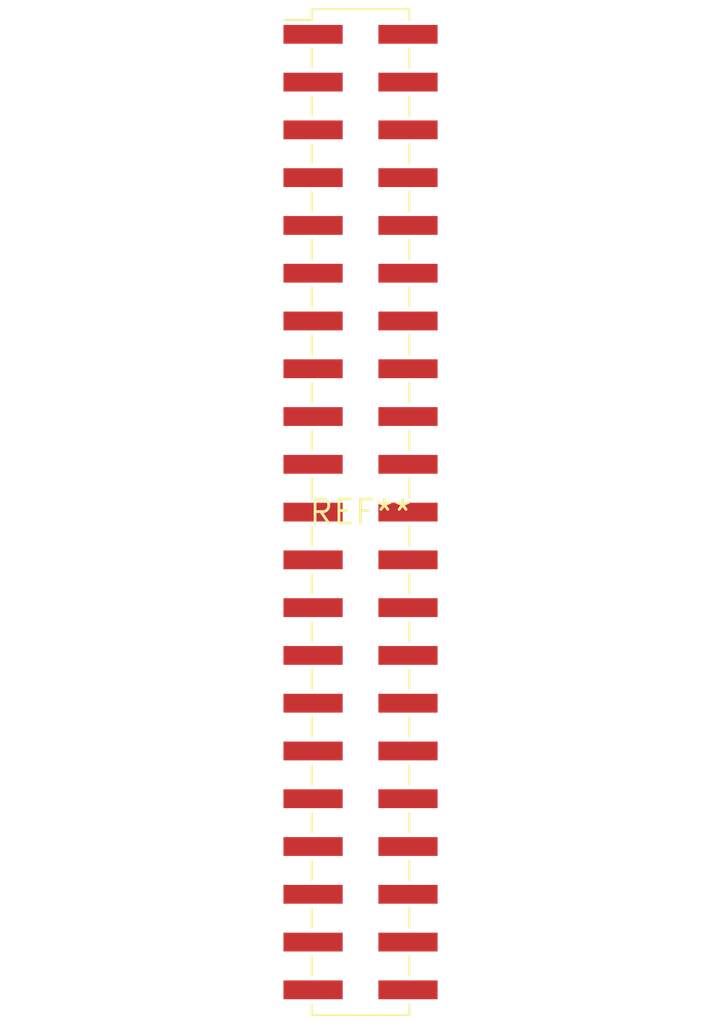
<source format=kicad_pcb>
(kicad_pcb (version 20240108) (generator pcbnew)
  (layers (0 "F.Cu" signal) (31 "B.Cu" signal) (34 "B.Paste" user) (35 "F.Paste" user) (36 "B.SilkS" user "B.Silkscreen") (37 "F.SilkS" user "F.Silkscreen") (38 "B.Mask" user) (39 "F.Mask" user) (44 "Edge.Cuts" user))
  (net 0 "")
  (footprint "PinHeader_2x21_P2.54mm_Vertical_SMD" (layer "F.Cu") (at 0 0)
    (property "Reference" "REF**")
    (property "Value" "PinHeader_2x21_P2.54mm_Vertical_SMD")
    (fp_line (start -4.04 -26.16) (end -2.6 -26.16) (layer "F.SilkS") (stroke (width 0.12)))
    (fp_line (start -2.6 -26.73) (end -2.6 -26.16) (layer "F.SilkS") (stroke (width 0.12)))
    (fp_line (start -2.6 -26.73) (end 2.6 -26.73) (layer "F.SilkS") (stroke (width 0.12)))
    (fp_line (start -2.6 -24.64) (end -2.6 -23.62) (layer "F.SilkS") (stroke (width 0.12)))
    (fp_line (start -2.6 -22.1) (end -2.6 -21.08) (layer "F.SilkS") (stroke (width 0.12)))
    (fp_line (start -2.6 -19.56) (end -2.6 -18.54) (layer "F.SilkS") (stroke (width 0.12)))
    (fp_line (start -2.6 -17.02) (end -2.6 -16) (layer "F.SilkS") (stroke (width 0.12)))
    (fp_line (start -2.6 -14.48) (end -2.6 -13.46) (layer "F.SilkS") (stroke (width 0.12)))
    (fp_line (start -2.6 -11.94) (end -2.6 -10.92) (layer "F.SilkS") (stroke (width 0.12)))
    (fp_line (start -2.6 -9.4) (end -2.6 -8.38) (layer "F.SilkS") (stroke (width 0.12)))
    (fp_line (start -2.6 -6.86) (end -2.6 -5.84) (layer "F.SilkS") (stroke (width 0.12)))
    (fp_line (start -2.6 -4.32) (end -2.6 -3.3) (layer "F.SilkS") (stroke (width 0.12)))
    (fp_line (start -2.6 -1.78) (end -2.6 -0.76) (layer "F.SilkS") (stroke (width 0.12)))
    (fp_line (start -2.6 0.76) (end -2.6 1.78) (layer "F.SilkS") (stroke (width 0.12)))
    (fp_line (start -2.6 3.3) (end -2.6 4.32) (layer "F.SilkS") (stroke (width 0.12)))
    (fp_line (start -2.6 5.84) (end -2.6 6.86) (layer "F.SilkS") (stroke (width 0.12)))
    (fp_line (start -2.6 8.38) (end -2.6 9.4) (layer "F.SilkS") (stroke (width 0.12)))
    (fp_line (start -2.6 10.92) (end -2.6 11.94) (layer "F.SilkS") (stroke (width 0.12)))
    (fp_line (start -2.6 13.46) (end -2.6 14.48) (layer "F.SilkS") (stroke (width 0.12)))
    (fp_line (start -2.6 16) (end -2.6 17.02) (layer "F.SilkS") (stroke (width 0.12)))
    (fp_line (start -2.6 18.54) (end -2.6 19.56) (layer "F.SilkS") (stroke (width 0.12)))
    (fp_line (start -2.6 21.08) (end -2.6 22.1) (layer "F.SilkS") (stroke (width 0.12)))
    (fp_line (start -2.6 23.62) (end -2.6 24.64) (layer "F.SilkS") (stroke (width 0.12)))
    (fp_line (start -2.6 26.16) (end -2.6 26.73) (layer "F.SilkS") (stroke (width 0.12)))
    (fp_line (start -2.6 26.73) (end 2.6 26.73) (layer "F.SilkS") (stroke (width 0.12)))
    (fp_line (start 2.6 -26.73) (end 2.6 -26.16) (layer "F.SilkS") (stroke (width 0.12)))
    (fp_line (start 2.6 -24.64) (end 2.6 -23.62) (layer "F.SilkS") (stroke (width 0.12)))
    (fp_line (start 2.6 -22.1) (end 2.6 -21.08) (layer "F.SilkS") (stroke (width 0.12)))
    (fp_line (start 2.6 -19.56) (end 2.6 -18.54) (layer "F.SilkS") (stroke (width 0.12)))
    (fp_line (start 2.6 -17.02) (end 2.6 -16) (layer "F.SilkS") (stroke (width 0.12)))
    (fp_line (start 2.6 -14.48) (end 2.6 -13.46) (layer "F.SilkS") (stroke (width 0.12)))
    (fp_line (start 2.6 -11.94) (end 2.6 -10.92) (layer "F.SilkS") (stroke (width 0.12)))
    (fp_line (start 2.6 -9.4) (end 2.6 -8.38) (layer "F.SilkS") (stroke (width 0.12)))
    (fp_line (start 2.6 -6.86) (end 2.6 -5.84) (layer "F.SilkS") (stroke (width 0.12)))
    (fp_line (start 2.6 -4.32) (end 2.6 -3.3) (layer "F.SilkS") (stroke (width 0.12)))
    (fp_line (start 2.6 -1.78) (end 2.6 -0.76) (layer "F.SilkS") (stroke (width 0.12)))
    (fp_line (start 2.6 0.76) (end 2.6 1.78) (layer "F.SilkS") (stroke (width 0.12)))
    (fp_line (start 2.6 3.3) (end 2.6 4.32) (layer "F.SilkS") (stroke (width 0.12)))
    (fp_line (start 2.6 5.84) (end 2.6 6.86) (layer "F.SilkS") (stroke (width 0.12)))
    (fp_line (start 2.6 8.38) (end 2.6 9.4) (layer "F.SilkS") (stroke (width 0.12)))
    (fp_line (start 2.6 10.92) (end 2.6 11.94) (layer "F.SilkS") (stroke (width 0.12)))
    (fp_line (start 2.6 13.46) (end 2.6 14.48) (layer "F.SilkS") (stroke (width 0.12)))
    (fp_line (start 2.6 16) (end 2.6 17.02) (layer "F.SilkS") (stroke (width 0.12)))
    (fp_line (start 2.6 18.54) (end 2.6 19.56) (layer "F.SilkS") (stroke (width 0.12)))
    (fp_line (start 2.6 21.08) (end 2.6 22.1) (layer "F.SilkS") (stroke (width 0.12)))
    (fp_line (start 2.6 23.62) (end 2.6 24.64) (layer "F.SilkS") (stroke (width 0.12)))
    (fp_line (start 2.6 26.16) (end 2.6 26.73) (layer "F.SilkS") (stroke (width 0.12)))
    (pad "1" smd rect (at -2.525 -25.4) (size 3.15 1) (layers "F.Cu" "F.Paste" "F.Mask"))
    (pad "2" smd rect (at 2.525 -25.4) (size 3.15 1) (layers "F.Cu" "F.Paste" "F.Mask"))
    (pad "3" smd rect (at -2.525 -22.86) (size 3.15 1) (layers "F.Cu" "F.Paste" "F.Mask"))
    (pad "4" smd rect (at 2.525 -22.86) (size 3.15 1) (layers "F.Cu" "F.Paste" "F.Mask"))
    (pad "5" smd rect (at -2.525 -20.32) (size 3.15 1) (layers "F.Cu" "F.Paste" "F.Mask"))
    (pad "6" smd rect (at 2.525 -20.32) (size 3.15 1) (layers "F.Cu" "F.Paste" "F.Mask"))
    (pad "7" smd rect (at -2.525 -17.78) (size 3.15 1) (layers "F.Cu" "F.Paste" "F.Mask"))
    (pad "8" smd rect (at 2.525 -17.78) (size 3.15 1) (layers "F.Cu" "F.Paste" "F.Mask"))
    (pad "9" smd rect (at -2.525 -15.24) (size 3.15 1) (layers "F.Cu" "F.Paste" "F.Mask"))
    (pad "10" smd rect (at 2.525 -15.24) (size 3.15 1) (layers "F.Cu" "F.Paste" "F.Mask"))
    (pad "11" smd rect (at -2.525 -12.7) (size 3.15 1) (layers "F.Cu" "F.Paste" "F.Mask"))
    (pad "12" smd rect (at 2.525 -12.7) (size 3.15 1) (layers "F.Cu" "F.Paste" "F.Mask"))
    (pad "13" smd rect (at -2.525 -10.16) (size 3.15 1) (layers "F.Cu" "F.Paste" "F.Mask"))
    (pad "14" smd rect (at 2.525 -10.16) (size 3.15 1) (layers "F.Cu" "F.Paste" "F.Mask"))
    (pad "15" smd rect (at -2.525 -7.62) (size 3.15 1) (layers "F.Cu" "F.Paste" "F.Mask"))
    (pad "16" smd rect (at 2.525 -7.62) (size 3.15 1) (layers "F.Cu" "F.Paste" "F.Mask"))
    (pad "17" smd rect (at -2.525 -5.08) (size 3.15 1) (layers "F.Cu" "F.Paste" "F.Mask"))
    (pad "18" smd rect (at 2.525 -5.08) (size 3.15 1) (layers "F.Cu" "F.Paste" "F.Mask"))
    (pad "19" smd rect (at -2.525 -2.54) (size 3.15 1) (layers "F.Cu" "F.Paste" "F.Mask"))
    (pad "20" smd rect (at 2.525 -2.54) (size 3.15 1) (layers "F.Cu" "F.Paste" "F.Mask"))
    (pad "21" smd rect (at -2.525 0) (size 3.15 1) (layers "F.Cu" "F.Paste" "F.Mask"))
    (pad "22" smd rect (at 2.525 0) (size 3.15 1) (layers "F.Cu" "F.Paste" "F.Mask"))
    (pad "23" smd rect (at -2.525 2.54) (size 3.15 1) (layers "F.Cu" "F.Paste" "F.Mask"))
    (pad "24" smd rect (at 2.525 2.54) (size 3.15 1) (layers "F.Cu" "F.Paste" "F.Mask"))
    (pad "25" smd rect (at -2.525 5.08) (size 3.15 1) (layers "F.Cu" "F.Paste" "F.Mask"))
    (pad "26" smd rect (at 2.525 5.08) (size 3.15 1) (layers "F.Cu" "F.Paste" "F.Mask"))
    (pad "27" smd rect (at -2.525 7.62) (size 3.15 1) (layers "F.Cu" "F.Paste" "F.Mask"))
    (pad "28" smd rect (at 2.525 7.62) (size 3.15 1) (layers "F.Cu" "F.Paste" "F.Mask"))
    (pad "29" smd rect (at -2.525 10.16) (size 3.15 1) (layers "F.Cu" "F.Paste" "F.Mask"))
    (pad "30" smd rect (at 2.525 10.16) (size 3.15 1) (layers "F.Cu" "F.Paste" "F.Mask"))
    (pad "31" smd rect (at -2.525 12.7) (size 3.15 1) (layers "F.Cu" "F.Paste" "F.Mask"))
    (pad "32" smd rect (at 2.525 12.7) (size 3.15 1) (layers "F.Cu" "F.Paste" "F.Mask"))
    (pad "33" smd rect (at -2.525 15.24) (size 3.15 1) (layers "F.Cu" "F.Paste" "F.Mask"))
    (pad "34" smd rect (at 2.525 15.24) (size 3.15 1) (layers "F.Cu" "F.Paste" "F.Mask"))
    (pad "35" smd rect (at -2.525 17.78) (size 3.15 1) (layers "F.Cu" "F.Paste" "F.Mask"))
    (pad "36" smd rect (at 2.525 17.78) (size 3.15 1) (layers "F.Cu" "F.Paste" "F.Mask"))
    (pad "37" smd rect (at -2.525 20.32) (size 3.15 1) (layers "F.Cu" "F.Paste" "F.Mask"))
    (pad "38" smd rect (at 2.525 20.32) (size 3.15 1) (layers "F.Cu" "F.Paste" "F.Mask"))
    (pad "39" smd rect (at -2.525 22.86) (size 3.15 1) (layers "F.Cu" "F.Paste" "F.Mask"))
    (pad "40" smd rect (at 2.525 22.86) (size 3.15 1) (layers "F.Cu" "F.Paste" "F.Mask"))
    (pad "41" smd rect (at -2.525 25.4) (size 3.15 1) (layers "F.Cu" "F.Paste" "F.Mask"))
    (pad "42" smd rect (at 2.525 25.4) (size 3.15 1) (layers "F.Cu" "F.Paste" "F.Mask"))
  )
)
</source>
